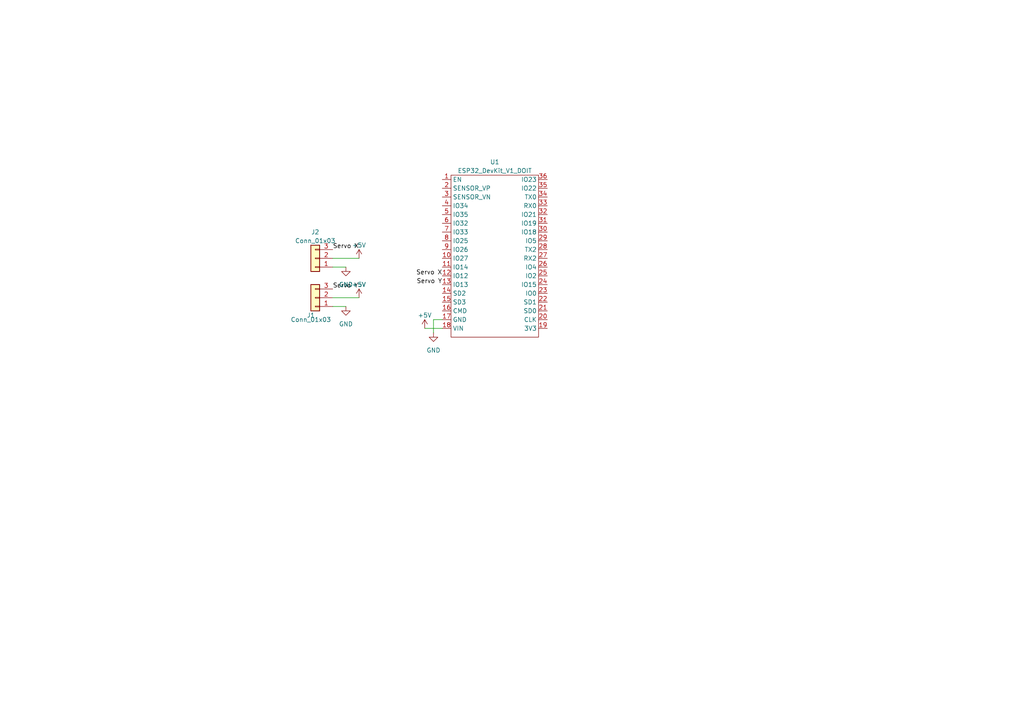
<source format=kicad_sch>
(kicad_sch (version 20230121) (generator eeschema)
  (paper "A4")
  (lib_symbols
    (symbol "Connector_Generic:Conn_01x03" (pin_names (offset 1.016) hide)
      (property "Reference" "J" (at 0 5.08 0))
      (property "Value" "Conn_01x03" (at 0 -5.08 0))
      (symbol "Conn_01x03_1_1"
        (rectangle (start -1.27 -2.413) (end 0 -2.667) (stroke (width 0.1524)))
        (rectangle (start -1.27 0.127) (end 0 -0.127) (stroke (width 0.1524)))
        (rectangle (start -1.27 2.667) (end 0 2.413) (stroke (width 0.1524)))
        (rectangle (start -1.27 3.81) (end 1.27 -3.81) (stroke (width 0.254)) (fill (type background)))
        (pin passive line (at -5.08 2.54 0) (length 3.81) (name "Pin_1") (number "1"))
        (pin passive line (at -5.08 0 0) (length 3.81) (name "Pin_2") (number "2"))
        (pin passive line (at -5.08 -2.54 0) (length 3.81) (name "Pin_3") (number "3"))
      )
    )
    (symbol "EEST N°5:ESP32_DevKit_V1_DOIT"
      (property "Reference" "U" (at -11.43 34.29 0))
      (property "Value" "ESP32_DevKit_V1_DOIT" (at 11.43 34.29 0))
      (symbol "ESP32_DevKit_V1_DOIT_0_0"
        (pin bidirectional line (at 15.24 25.4 180) (length 2.54) (name "TX0") (number "34"))
        (pin bidirectional line (at 15.24 27.94 180) (length 2.54) (name "IO22") (number "35"))
        (pin bidirectional line (at 15.24 30.48 180) (length 2.54) (name "IO23") (number "36"))
      )
      (symbol "ESP32_DevKit_V1_DOIT_0_1"
        (rectangle (start -12.7 31.75) (end 12.7 -15.24))
      )
      (symbol "ESP32_DevKit_V1_DOIT_1_1"
        (pin input line (at -15.24 30.48 0) (length 2.54) (name "EN") (number "1"))
        (pin bidirectional line (at -15.24 7.62 0) (length 2.54) (name "IO27") (number "10"))
        (pin bidirectional line (at -15.24 5.08 0) (length 2.54) (name "IO14") (number "11"))
        (pin bidirectional line (at -15.24 2.54 0) (length 2.54) (name "IO12") (number "12"))
        (pin bidirectional line (at -15.24 0 0) (length 2.54) (name "IO13") (number "13"))
        (pin bidirectional line (at -15.24 -2.54 0) (length 2.54) (name "SD2") (number "14"))
        (pin bidirectional line (at -15.24 -5.08 0) (length 2.54) (name "SD3") (number "15"))
        (pin bidirectional line (at -15.24 -7.62 0) (length 2.54) (name "CMD") (number "16"))
        (pin power_in line (at -15.24 -10.16 0) (length 2.54) (name "GND") (number "17"))
        (pin power_in line (at -15.24 -12.7 0) (length 2.54) (name "VIN") (number "18"))
        (pin power_in line (at 15.24 -12.7 180) (length 2.54) (name "3V3") (number "19"))
        (pin input line (at -15.24 27.94 0) (length 2.54) (name "SENSOR_VP") (number "2"))
        (pin bidirectional line (at 15.24 -10.16 180) (length 2.54) (name "CLK") (number "20"))
        (pin bidirectional line (at 15.24 -7.62 180) (length 2.54) (name "SD0") (number "21"))
        (pin bidirectional line (at 15.24 -5.08 180) (length 2.54) (name "SD1") (number "22"))
        (pin bidirectional line (at 15.24 -2.54 180) (length 2.54) (name "IO0") (number "23"))
        (pin bidirectional line (at 15.24 0 180) (length 2.54) (name "IO15") (number "24"))
        (pin bidirectional line (at 15.24 2.54 180) (length 2.54) (name "IO2") (number "25"))
        (pin bidirectional line (at 15.24 5.08 180) (length 2.54) (name "IO4") (number "26"))
        (pin bidirectional line (at 15.24 7.62 180) (length 2.54) (name "RX2") (number "27"))
        (pin bidirectional line (at 15.24 10.16 180) (length 2.54) (name "TX2") (number "28"))
        (pin bidirectional line (at 15.24 12.7 180) (length 2.54) (name "IO5") (number "29"))
        (pin input line (at -15.24 25.4 0) (length 2.54) (name "SENSOR_VN") (number "3"))
        (pin bidirectional line (at 15.24 15.24 180) (length 2.54) (name "IO18") (number "30"))
        (pin bidirectional line (at 15.24 17.78 180) (length 2.54) (name "IO19") (number "31"))
        (pin bidirectional line (at 15.24 20.32 180) (length 2.54) (name "IO21") (number "32"))
        (pin bidirectional line (at 15.24 22.86 180) (length 2.54) (name "RX0") (number "33"))
        (pin input line (at -15.24 22.86 0) (length 2.54) (name "IO34") (number "4"))
        (pin input line (at -15.24 20.32 0) (length 2.54) (name "IO35") (number "5"))
        (pin bidirectional line (at -15.24 17.78 0) (length 2.54) (name "IO32") (number "6"))
        (pin bidirectional line (at -15.24 15.24 0) (length 2.54) (name "IO33") (number "7"))
        (pin bidirectional line (at -15.24 12.7 0) (length 2.54) (name "IO25") (number "8"))
        (pin bidirectional line (at -15.24 10.16 0) (length 2.54) (name "IO26") (number "9"))
      )
    )
    (symbol "power:+5V" (power) (pin_names (offset 0))
      (property "Value" "+5V" (at 0 3.556 0))
      (symbol "+5V_0_1"
        (polyline (pts (xy -0.762 1.27) (xy 0 2.54)))
        (polyline (pts (xy 0 0) (xy 0 2.54)))
        (polyline (pts (xy 0 2.54) (xy 0.762 1.27)))
      )
      (symbol "+5V_1_1"
        (pin power_in line (at 0 0 90) (length 0) hide (name "+5V") (number "1"))
      )
    )
    (symbol "power:GND" (power) (pin_names (offset 0))
      (property "Value" "GND" (at 0 -3.81 0))
      (symbol "GND_0_1"
        (polyline (pts (xy 0 0) (xy 0 -1.27) (xy 1.27 -1.27) (xy 0 -2.54) (xy -1.27 -1.27) (xy 0 -1.27)))
      )
      (symbol "GND_1_1"
        (pin power_in line (at 0 0 270) (length 0) hide (name "GND") (number "1"))
      )
    )
  )
  (wire (pts (xy 96.52 74.93) (xy 104.14 74.93)))
  (wire (pts (xy 96.52 86.36) (xy 104.14 86.36)))
  (wire (pts (xy 96.52 88.9) (xy 100.33 88.9)))
  (wire (pts (xy 123.19 95.25) (xy 128.27 95.25)))
  (wire (pts (xy 125.73 92.71) (xy 125.73 96.52)))
  (wire (pts (xy 128.27 92.71) (xy 125.73 92.71)))
  (wire (pts (xy 96.52 77.47) (xy 100.33 77.47)))
  (label "Servo Y" (at 96.52 83.82 0))
  (label "Servo X" (at 128.27 80.01 180))
  (label "Servo Y" (at 128.27 82.55 180))
  (label "Servo X" (at 96.52 72.39 0))
  (symbol (lib_id "power:+5V") (at 104.14 74.93 0) (unit 1)
    (property "Reference" "#PWR03" (effects hide))
    (property "Value" "+5V" (at 104.14 71.12 0))
  )
  (symbol (lib_id "power:GND") (at 100.33 77.47 0) (unit 1)
    (property "Reference" "#PWR06" (effects hide))
    (property "Value" "GND" (at 100.33 82.55 0))
  )
  (symbol (lib_id "Connector_Generic:Conn_01x03") (at 91.44 74.93 180) (unit 1)
    (property "Reference" "J2" (at 91.44 67.31 0))
    (property "Value" "Conn_01x03" (at 91.44 69.85 0))
  )
  (symbol (lib_id "power:GND") (at 125.73 96.52 0) (unit 1)
    (property "Reference" "#PWR02" (effects hide))
    (property "Value" "GND" (at 125.73 101.6 0))
  )
  (symbol (lib_id "power:+5V") (at 123.19 95.25 0) (unit 1)
    (property "Reference" "#PWR01" (effects hide))
    (property "Value" "+5V" (at 123.19 91.44 0))
  )
  (symbol (lib_id "power:GND") (at 100.33 88.9 0) (unit 1)
    (property "Reference" "#PWR05" (effects hide))
    (property "Value" "GND" (at 100.33 93.98 0))
  )
  (symbol (lib_id "Connector_Generic:Conn_01x03") (at 91.44 86.36 180) (unit 1)
    (property "Reference" "J1" (at 90.17 91.44 0))
    (property "Value" "Conn_01x03" (at 90.17 92.71 0))
  )
  (symbol (lib_id "power:+5V") (at 104.14 86.36 0) (unit 1)
    (property "Reference" "#PWR04" (effects hide))
    (property "Value" "+5V" (at 104.14 82.55 0))
  )
  (symbol (lib_id "EEST N°5:ESP32_DevKit_V1_DOIT") (at 143.51 82.55 0) (unit 1)
    (property "Reference" "U1" (at 143.51 46.99 0))
    (property "Value" "ESP32_DevKit_V1_DOIT" (at 143.51 49.53 0))
    (property "Footprint" "ESP32_DevKit_V1_DOIT:esp32_devkit_v1_doit" (effects hide))
  )
)
</source>
